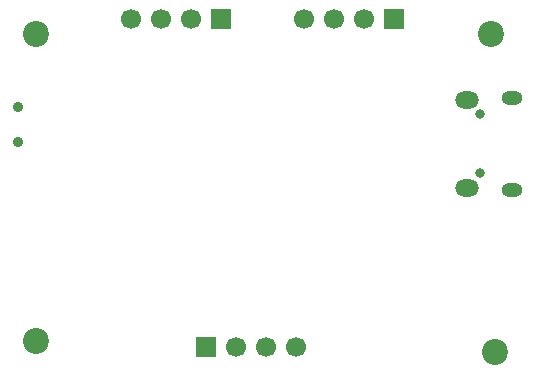
<source format=gbr>
%TF.GenerationSoftware,KiCad,Pcbnew,9.0.1*%
%TF.CreationDate,2025-04-26T12:53:08+02:00*%
%TF.ProjectId,stm32_board,73746d33-325f-4626-9f61-72642e6b6963,rev?*%
%TF.SameCoordinates,Original*%
%TF.FileFunction,Soldermask,Bot*%
%TF.FilePolarity,Negative*%
%FSLAX46Y46*%
G04 Gerber Fmt 4.6, Leading zero omitted, Abs format (unit mm)*
G04 Created by KiCad (PCBNEW 9.0.1) date 2025-04-26 12:53:08*
%MOMM*%
%LPD*%
G01*
G04 APERTURE LIST*
%ADD10C,2.200000*%
%ADD11O,0.800000X0.800000*%
%ADD12O,1.800000X1.150000*%
%ADD13O,2.000000X1.450000*%
%ADD14R,1.700000X1.700000*%
%ADD15C,1.700000*%
%ADD16C,0.900000*%
G04 APERTURE END LIST*
D10*
%TO.C,H1*%
X139000000Y-51500000D03*
%TD*%
D11*
%TO.C,USB*%
X138100000Y-63300000D03*
X138100000Y-58300000D03*
D12*
X140850000Y-64675000D03*
D13*
X137050000Y-64525000D03*
X137050000Y-57075000D03*
D12*
X140850000Y-56925000D03*
%TD*%
D10*
%TO.C,H3*%
X100500000Y-77500000D03*
%TD*%
D14*
%TO.C,UART*%
X116190000Y-50240000D03*
D15*
X113650000Y-50240000D03*
X111110000Y-50240000D03*
X108570000Y-50240000D03*
%TD*%
D14*
%TO.C,I2C*%
X114920000Y-78000000D03*
D15*
X117460000Y-78000000D03*
X120000000Y-78000000D03*
X122540000Y-78000000D03*
%TD*%
D16*
%TO.C,BOOT*%
X99000000Y-57650000D03*
X99000000Y-60650000D03*
%TD*%
D14*
%TO.C,SWD*%
X130790000Y-50250000D03*
D15*
X128250000Y-50250000D03*
X125710000Y-50250000D03*
X123170000Y-50250000D03*
%TD*%
D10*
%TO.C,H4*%
X100500000Y-51500000D03*
%TD*%
%TO.C,H2*%
X139410000Y-78440000D03*
%TD*%
M02*

</source>
